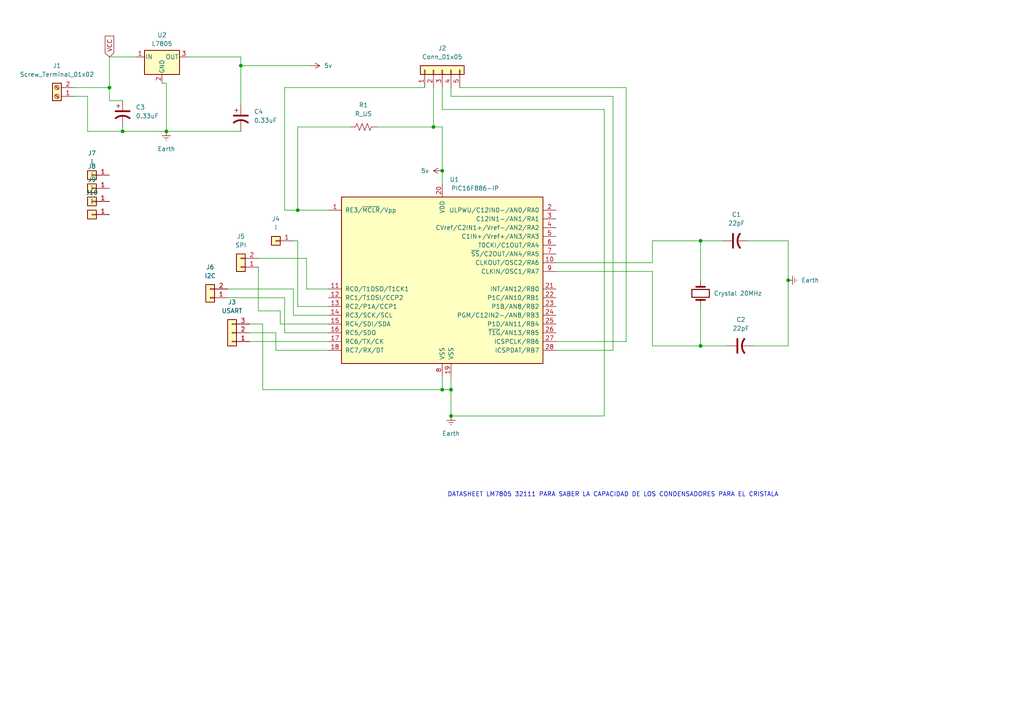
<source format=kicad_sch>
(kicad_sch (version 20250114) (generator "eeschema") (generator_version "9.0")
  (paper "A4")
  (lib_symbols
    (symbol "Connector:Screw_Terminal_01x02" (pin_names (offset 1.016) (hide yes))
      (property "Reference" "J" (at 0 2.54 0))
      (property "Value" "Screw_Terminal_01x02" (at 0 -5.08 0))
      (symbol "Screw_Terminal_01x02_1_1"
        (rectangle (start -1.27 1.27) (end 1.27 -3.81) (stroke (width 0.254)) (fill (type background)))
        (polyline (pts (xy -0.5334 0.3302) (xy 0.3302 -0.508)) (stroke (width 0.1524)))
        (polyline (pts (xy -0.5334 -2.2098) (xy 0.3302 -3.048)) (stroke (width 0.1524)))
        (polyline (pts (xy -0.3556 0.508) (xy 0.508 -0.3302)) (stroke (width 0.1524)))
        (polyline (pts (xy -0.3556 -2.032) (xy 0.508 -2.8702)) (stroke (width 0.1524)))
        (circle (center 0 0) (radius 0.635) (stroke (width 0.1524)))
        (circle (center 0 -2.54) (radius 0.635) (stroke (width 0.1524)))
        (pin passive line (at -5.08 0 0) (length 3.81) (name "Pin_1") (number "1"))
        (pin passive line (at -5.08 -2.54 0) (length 3.81) (name "Pin_2") (number "2"))
      )
    )
    (symbol "Connector_Generic:Conn_01x01" (pin_names (offset 1.016) (hide yes))
      (property "Reference" "J" (at 0 2.54 0))
      (property "Value" "Conn_01x01" (at 0 -2.54 0))
      (symbol "Conn_01x01_1_1"
        (rectangle (start -1.27 1.27) (end 1.27 -1.27) (stroke (width 0.254)) (fill (type background)))
        (rectangle (start -1.27 0.127) (end 0 -0.127) (stroke (width 0.1524)))
        (pin passive line (at -5.08 0 0) (length 3.81) (name "Pin_1") (number "1"))
      )
    )
    (symbol "Connector_Generic:Conn_01x02" (pin_names (offset 1.016) (hide yes))
      (property "Reference" "J" (at 0 2.54 0))
      (property "Value" "Conn_01x02" (at 0 -5.08 0))
      (symbol "Conn_01x02_1_1"
        (rectangle (start -1.27 1.27) (end 1.27 -3.81) (stroke (width 0.254)) (fill (type background)))
        (rectangle (start -1.27 0.127) (end 0 -0.127) (stroke (width 0.1524)))
        (rectangle (start -1.27 -2.413) (end 0 -2.667) (stroke (width 0.1524)))
        (pin passive line (at -5.08 0 0) (length 3.81) (name "Pin_1") (number "1"))
        (pin passive line (at -5.08 -2.54 0) (length 3.81) (name "Pin_2") (number "2"))
      )
    )
    (symbol "Connector_Generic:Conn_01x03" (pin_names (offset 1.016) (hide yes))
      (property "Reference" "J" (at 0 5.08 0))
      (property "Value" "Conn_01x03" (at 0 -5.08 0))
      (symbol "Conn_01x03_1_1"
        (rectangle (start -1.27 3.81) (end 1.27 -3.81) (stroke (width 0.254)) (fill (type background)))
        (rectangle (start -1.27 2.667) (end 0 2.413) (stroke (width 0.1524)))
        (rectangle (start -1.27 0.127) (end 0 -0.127) (stroke (width 0.1524)))
        (rectangle (start -1.27 -2.413) (end 0 -2.667) (stroke (width 0.1524)))
        (pin passive line (at -5.08 2.54 0) (length 3.81) (name "Pin_1") (number "1"))
        (pin passive line (at -5.08 0 0) (length 3.81) (name "Pin_2") (number "2"))
        (pin passive line (at -5.08 -2.54 0) (length 3.81) (name "Pin_3") (number "3"))
      )
    )
    (symbol "Connector_Generic:Conn_01x05" (pin_names (offset 1.016) (hide yes))
      (property "Reference" "J" (at 0 7.62 0))
      (property "Value" "Conn_01x05" (at 0 -7.62 0))
      (symbol "Conn_01x05_1_1"
        (rectangle (start -1.27 6.35) (end 1.27 -6.35) (stroke (width 0.254)) (fill (type background)))
        (rectangle (start -1.27 5.207) (end 0 4.953) (stroke (width 0.1524)))
        (rectangle (start -1.27 2.667) (end 0 2.413) (stroke (width 0.1524)))
        (rectangle (start -1.27 0.127) (end 0 -0.127) (stroke (width 0.1524)))
        (rectangle (start -1.27 -2.413) (end 0 -2.667) (stroke (width 0.1524)))
        (rectangle (start -1.27 -4.953) (end 0 -5.207) (stroke (width 0.1524)))
        (pin passive line (at -5.08 5.08 0) (length 3.81) (name "Pin_1") (number "1"))
        (pin passive line (at -5.08 2.54 0) (length 3.81) (name "Pin_2") (number "2"))
        (pin passive line (at -5.08 0 0) (length 3.81) (name "Pin_3") (number "3"))
        (pin passive line (at -5.08 -2.54 0) (length 3.81) (name "Pin_4") (number "4"))
        (pin passive line (at -5.08 -5.08 0) (length 3.81) (name "Pin_5") (number "5"))
      )
    )
    (symbol "Device:C_Polarized_US" (pin_numbers (hide yes)) (pin_names (offset 0.254) (hide yes))
      (property "Reference" "C" (at 0.635 2.54 0))
      (property "Value" "C_Polarized_US" (at 0.635 -2.54 0))
      (symbol "C_Polarized_US_0_1"
        (polyline (pts (xy -2.032 0.762) (xy 2.032 0.762)) (stroke (width 0.508)))
        (polyline (pts (xy -1.778 2.286) (xy -0.762 2.286)))
        (polyline (pts (xy -1.27 1.778) (xy -1.27 2.794)))
        (arc (start -2.032 -1.27) (mid 0 -0.5572) (end 2.032 -1.27) (stroke (width 0.508)))
      )
      (symbol "C_Polarized_US_1_1"
        (pin passive line (at 0 3.81 270) (length 2.794) (name "~") (number "1"))
        (pin passive line (at 0 -3.81 90) (length 3.302) (name "~") (number "2"))
      )
    )
    (symbol "Device:C_US" (pin_numbers (hide yes)) (pin_names (offset 0.254) (hide yes))
      (property "Reference" "C" (at 0.635 2.54 0))
      (property "Value" "C_US" (at 0.635 -2.54 0))
      (symbol "C_US_0_1"
        (polyline (pts (xy -2.032 0.762) (xy 2.032 0.762)) (stroke (width 0.508)))
        (arc (start -2.032 -1.27) (mid 0 -0.5572) (end 2.032 -1.27) (stroke (width 0.508)))
      )
      (symbol "C_US_1_1"
        (pin passive line (at 0 3.81 270) (length 2.794) (name "~") (number "1"))
        (pin passive line (at 0 -3.81 90) (length 3.302) (name "~") (number "2"))
      )
    )
    (symbol "Device:Crystal" (pin_numbers (hide yes)) (pin_names (offset 1.016) (hide yes))
      (property "Reference" "Y" (at 0 3.81 0))
      (property "Value" "Crystal" (at 0 -3.81 0))
      (symbol "Crystal_0_1"
        (polyline (pts (xy -2.54 0) (xy -1.905 0)))
        (polyline (pts (xy -1.905 -1.27) (xy -1.905 1.27)) (stroke (width 0.508)))
        (rectangle (start -1.143 2.54) (end 1.143 -2.54) (stroke (width 0.3048)))
        (polyline (pts (xy 1.905 -1.27) (xy 1.905 1.27)) (stroke (width 0.508)))
        (polyline (pts (xy 2.54 0) (xy 1.905 0)))
      )
      (symbol "Crystal_1_1"
        (pin passive line (at -3.81 0 0) (length 1.27) (name "1") (number "1"))
        (pin passive line (at 3.81 0 180) (length 1.27) (name "2") (number "2"))
      )
    )
    (symbol "Device:R_US" (pin_numbers (hide yes)) (pin_names (offset 0))
      (property "Reference" "R" (at 2.54 0 90))
      (property "Value" "R_US" (at -2.54 0 90))
      (symbol "R_US_0_1"
        (polyline (pts (xy 0 2.286) (xy 0 2.54)))
        (polyline (pts (xy 0 2.286) (xy 1.016 1.905) (xy 0 1.524) (xy -1.016 1.143) (xy 0 0.762)))
        (polyline (pts (xy 0 0.762) (xy 1.016 0.381) (xy 0 0) (xy -1.016 -0.381) (xy 0 -0.762)))
        (polyline (pts (xy 0 -0.762) (xy 1.016 -1.143) (xy 0 -1.524) (xy -1.016 -1.905) (xy 0 -2.286)))
        (polyline (pts (xy 0 -2.286) (xy 0 -2.54)))
      )
      (symbol "R_US_1_1"
        (pin passive line (at 0 3.81 270) (length 1.27) (name "~") (number "1"))
        (pin passive line (at 0 -3.81 90) (length 1.27) (name "~") (number "2"))
      )
    )
    (symbol "MCU_Microchip_PIC16:PIC16F886-IP" (pin_names (offset 1.016))
      (property "Reference" "U" (at 13.97 27.94 0))
      (property "Value" "PIC16F886-IP" (at 13.97 25.4 0))
      (symbol "PIC16F886-IP_0_1"
        (rectangle (start -29.21 24.13) (end 29.21 -24.13) (stroke (width 0.254)) (fill (type background)))
      )
      (symbol "PIC16F886-IP_1_1"
        (pin bidirectional line (at -33.02 20.32 0) (length 3.81) (name "RE3/~{MCLR}/Vpp") (number "1"))
        (pin bidirectional line (at -33.02 -2.54 0) (length 3.81) (name "RC0/T1OSO/T1CK1") (number "11"))
        (pin bidirectional line (at -33.02 -5.08 0) (length 3.81) (name "RC1/T1OSI/CCP2") (number "12"))
        (pin bidirectional line (at -33.02 -7.62 0) (length 3.81) (name "RC2/P1A/CCP1") (number "13"))
        (pin bidirectional line (at -33.02 -10.16 0) (length 3.81) (name "RC3/SCK/SCL") (number "14"))
        (pin bidirectional line (at -33.02 -12.7 0) (length 3.81) (name "RC4/SDI/SDA") (number "15"))
        (pin bidirectional line (at -33.02 -15.24 0) (length 3.81) (name "RC5/SDO") (number "16"))
        (pin bidirectional line (at -33.02 -17.78 0) (length 3.81) (name "RC6/TX/CK") (number "17"))
        (pin bidirectional line (at -33.02 -20.32 0) (length 3.81) (name "RC7/RX/DT") (number "18"))
        (pin power_in line (at 0 27.94 270) (length 3.81) (name "VDD") (number "20"))
        (pin power_in line (at 0 -27.94 90) (length 3.81) (name "VSS") (number "8"))
        (pin power_in line (at 2.54 -27.94 90) (length 3.81) (name "VSS") (number "19"))
        (pin bidirectional line (at 33.02 20.32 180) (length 3.81) (name "ULPWU/C12IN0-/AN0/RA0") (number "2"))
        (pin bidirectional line (at 33.02 17.78 180) (length 3.81) (name "C12IN1-/AN1/RA1") (number "3"))
        (pin bidirectional line (at 33.02 15.24 180) (length 3.81) (name "CVref/C2IN1+/Vref-/AN2/RA2") (number "4"))
        (pin bidirectional line (at 33.02 12.7 180) (length 3.81) (name "C1IN+/Vref+/AN3/RA3") (number "5"))
        (pin bidirectional line (at 33.02 10.16 180) (length 3.81) (name "T0CKI/C1OUT/RA4") (number "6"))
        (pin bidirectional line (at 33.02 7.62 180) (length 3.81) (name "~{SS}/C2OUT/AN4/RA5") (number "7"))
        (pin bidirectional line (at 33.02 5.08 180) (length 3.81) (name "CLKOUT/OSC2/RA6") (number "10"))
        (pin input line (at 33.02 2.54 180) (length 3.81) (name "CLKIN/OSC1/RA7") (number "9"))
        (pin bidirectional line (at 33.02 -2.54 180) (length 3.81) (name "INT/AN12/RB0") (number "21"))
        (pin bidirectional line (at 33.02 -5.08 180) (length 3.81) (name "P1C/AN10/RB1") (number "22"))
        (pin bidirectional line (at 33.02 -7.62 180) (length 3.81) (name "P1B/AN8/RB2") (number "23"))
        (pin bidirectional line (at 33.02 -10.16 180) (length 3.81) (name "PGM/C12IN2-/AN8/RB3") (number "24"))
        (pin bidirectional line (at 33.02 -12.7 180) (length 3.81) (name "P1D/AN11/RB4") (number "25"))
        (pin bidirectional line (at 33.02 -15.24 180) (length 3.81) (name "~{T1G}/AN13/RB5") (number "26"))
        (pin bidirectional line (at 33.02 -17.78 180) (length 3.81) (name "ICSPCLK/RB6") (number "27"))
        (pin bidirectional line (at 33.02 -20.32 180) (length 3.81) (name "ICSPDAT/RB7") (number "28"))
      )
    )
    (symbol "Regulator_Linear:L7805" (pin_names (offset 0.254))
      (property "Reference" "U" (at -3.81 3.175 0))
      (property "Value" "L7805" (at 0 3.175 0))
      (symbol "L7805_0_1"
        (rectangle (start -5.08 1.905) (end 5.08 -5.08) (stroke (width 0.254)) (fill (type background)))
      )
      (symbol "L7805_1_1"
        (pin power_in line (at -7.62 0 0) (length 2.54) (name "IN") (number "1"))
        (pin power_in line (at 0 -7.62 90) (length 2.54) (name "GND") (number "2"))
        (pin power_out line (at 7.62 0 180) (length 2.54) (name "OUT") (number "3"))
      )
    )
    (symbol "power:Earth" (power) (pin_numbers (hide yes)) (pin_names (offset 0) (hide yes))
      (property "Value" "Earth" (at 0 -3.81 0))
      (symbol "Earth_0_1"
        (polyline (pts (xy -0.635 -1.905) (xy 0.635 -1.905)))
        (polyline (pts (xy -0.127 -2.54) (xy 0.127 -2.54)))
        (polyline (pts (xy 0 -1.27) (xy 0 0)))
        (polyline (pts (xy 1.27 -1.27) (xy -1.27 -1.27)))
      )
      (symbol "Earth_1_1"
        (pin power_in line (at 0 0 270) (length 0) (name "~") (number "1"))
      )
    )
    (symbol "power:VCC" (power) (pin_numbers (hide yes)) (pin_names (offset 0) (hide yes))
      (property "Value" "VCC" (at 0 3.556 0))
      (symbol "VCC_0_1"
        (polyline (pts (xy -0.762 1.27) (xy 0 2.54)))
        (polyline (pts (xy 0 2.54) (xy 0.762 1.27)))
        (polyline (pts (xy 0 0) (xy 0 2.54)))
      )
      (symbol "VCC_1_1"
        (pin power_in line (at 0 0 90) (length 0) (name "~") (number "1"))
      )
    )
  )
  (text "DATASHEET LM7805 32111 PARA SABER LA CAPACIDAD DE LOS CONDENSADORES PARA EL CRISTALA" (at 177.8 143.51 0) (effects (font (size 1.27 1.27))))
  (junction (at 69.85 19.05))
  (junction (at 31.75 25.4))
  (junction (at 125.73 36.83))
  (junction (at 35.56 38.1))
  (junction (at 128.27 113.03))
  (junction (at 48.26 38.1))
  (junction (at 203.2 69.85))
  (junction (at 228.6 81.28))
  (junction (at 130.81 113.03))
  (junction (at 128.27 49.53))
  (junction (at 130.81 120.65))
  (junction (at 86.36 60.96))
  (junction (at 203.2 100.33))
  (wire (pts (xy 85.09 69.85) (xy 86.36 69.85)))
  (wire (pts (xy 76.2 93.98) (xy 76.2 113.03)))
  (wire (pts (xy 128.27 49.53) (xy 128.27 53.34)))
  (wire (pts (xy 128.27 36.83) (xy 128.27 49.53)))
  (wire (pts (xy 48.26 24.13) (xy 46.99 24.13)))
  (wire (pts (xy 82.55 86.36) (xy 82.55 96.52)))
  (wire (pts (xy 86.36 36.83) (xy 86.36 60.96)))
  (wire (pts (xy 76.2 113.03) (xy 128.27 113.03)))
  (wire (pts (xy 90.17 19.05) (xy 69.85 19.05)))
  (wire (pts (xy 85.09 91.44) (xy 85.09 83.82)))
  (wire (pts (xy 128.27 31.75) (xy 175.26 31.75)))
  (wire (pts (xy 74.93 90.17) (xy 81.28 90.17)))
  (wire (pts (xy 35.56 38.1) (xy 48.26 38.1)))
  (wire (pts (xy 217.17 69.85) (xy 228.6 69.85)))
  (wire (pts (xy 125.73 25.4) (xy 125.73 36.83)))
  (wire (pts (xy 21.59 25.4) (xy 31.75 25.4)))
  (wire (pts (xy 21.59 27.94) (xy 25.4 27.94)))
  (wire (pts (xy 133.35 25.4) (xy 181.61 25.4)))
  (wire (pts (xy 72.39 96.52) (xy 80.01 96.52)))
  (wire (pts (xy 177.8 27.94) (xy 177.8 101.6)))
  (wire (pts (xy 82.55 25.4) (xy 82.55 60.96)))
  (wire (pts (xy 88.9 83.82) (xy 95.25 83.82)))
  (wire (pts (xy 228.6 69.85) (xy 228.6 81.28)))
  (wire (pts (xy 203.2 88.9) (xy 203.2 100.33)))
  (wire (pts (xy 69.85 16.51) (xy 54.61 16.51)))
  (wire (pts (xy 25.4 27.94) (xy 25.4 38.1)))
  (wire (pts (xy 175.26 31.75) (xy 175.26 120.65)))
  (wire (pts (xy 69.85 16.51) (xy 69.85 19.05)))
  (wire (pts (xy 209.55 69.85) (xy 203.2 69.85)))
  (wire (pts (xy 72.39 99.06) (xy 95.25 99.06)))
  (wire (pts (xy 31.75 29.21) (xy 31.75 25.4)))
  (wire (pts (xy 35.56 29.21) (xy 31.75 29.21)))
  (wire (pts (xy 130.81 27.94) (xy 177.8 27.94)))
  (wire (pts (xy 86.36 69.85) (xy 86.36 88.9)))
  (wire (pts (xy 80.01 96.52) (xy 80.01 101.6)))
  (wire (pts (xy 66.04 86.36) (xy 82.55 86.36)))
  (wire (pts (xy 80.01 101.6) (xy 95.25 101.6)))
  (wire (pts (xy 69.85 19.05) (xy 69.85 30.48)))
  (wire (pts (xy 128.27 113.03) (xy 130.81 113.03)))
  (wire (pts (xy 72.39 93.98) (xy 76.2 93.98)))
  (wire (pts (xy 181.61 25.4) (xy 181.61 99.06)))
  (wire (pts (xy 48.26 24.13) (xy 48.26 38.1)))
  (wire (pts (xy 130.81 25.4) (xy 130.81 27.94)))
  (wire (pts (xy 66.04 83.82) (xy 85.09 83.82)))
  (wire (pts (xy 218.44 100.33) (xy 228.6 100.33)))
  (wire (pts (xy 109.22 36.83) (xy 125.73 36.83)))
  (wire (pts (xy 81.28 93.98) (xy 95.25 93.98)))
  (wire (pts (xy 175.26 120.65) (xy 130.81 120.65)))
  (wire (pts (xy 181.61 99.06) (xy 161.29 99.06)))
  (wire (pts (xy 189.23 100.33) (xy 203.2 100.33)))
  (wire (pts (xy 203.2 100.33) (xy 210.82 100.33)))
  (wire (pts (xy 74.93 77.47) (xy 74.93 90.17)))
  (wire (pts (xy 74.93 74.93) (xy 88.9 74.93)))
  (wire (pts (xy 130.81 120.65) (xy 130.81 113.03)))
  (wire (pts (xy 128.27 109.22) (xy 128.27 113.03)))
  (wire (pts (xy 189.23 76.2) (xy 189.23 69.85)))
  (wire (pts (xy 123.19 25.4) (xy 82.55 25.4)))
  (wire (pts (xy 82.55 96.52) (xy 95.25 96.52)))
  (wire (pts (xy 31.75 16.51) (xy 39.37 16.51)))
  (wire (pts (xy 85.09 91.44) (xy 95.25 91.44)))
  (wire (pts (xy 125.73 36.83) (xy 128.27 36.83)))
  (wire (pts (xy 177.8 101.6) (xy 161.29 101.6)))
  (wire (pts (xy 101.6 36.83) (xy 86.36 36.83)))
  (wire (pts (xy 25.4 38.1) (xy 35.56 38.1)))
  (wire (pts (xy 81.28 90.17) (xy 81.28 93.98)))
  (wire (pts (xy 128.27 25.4) (xy 128.27 31.75)))
  (wire (pts (xy 31.75 16.51) (xy 31.75 25.4)))
  (wire (pts (xy 228.6 100.33) (xy 228.6 81.28)))
  (wire (pts (xy 88.9 74.93) (xy 88.9 83.82)))
  (wire (pts (xy 189.23 69.85) (xy 203.2 69.85)))
  (wire (pts (xy 130.81 113.03) (xy 130.81 109.22)))
  (wire (pts (xy 82.55 60.96) (xy 86.36 60.96)))
  (wire (pts (xy 35.56 36.83) (xy 35.56 38.1)))
  (wire (pts (xy 203.2 69.85) (xy 203.2 81.28)))
  (wire (pts (xy 48.26 38.1) (xy 69.85 38.1)))
  (wire (pts (xy 161.29 76.2) (xy 189.23 76.2)))
  (wire (pts (xy 86.36 88.9) (xy 95.25 88.9)))
  (wire (pts (xy 161.29 78.74) (xy 189.23 78.74)))
  (wire (pts (xy 189.23 78.74) (xy 189.23 100.33)))
  (wire (pts (xy 86.36 60.96) (xy 95.25 60.96)))
  (global_label "VCC" (shape input) (at 31.75 16.51 90) (property "Intersheetrefs" "${INTERSHEET_REFS}" (effects (hide yes))))
  (symbol (lib_id "Device:R_US") (at 105.41 36.83 90) (unit 1)
    (property "Reference" "R1" (at 105.41 30.48 90))
    (property "Value" "R_US" (at 105.41 33.02 90))
    (property "Footprint" "Resistor_THT:R_Axial_DIN0204_L3.6mm_D1.6mm_P7.62mm_Horizontal" (effects (hide yes)))
    (property "Description" "Resistor, US symbol" (effects (hide yes)))
  )
  (symbol (lib_id "Regulator_Linear:L7805") (at 46.99 16.51 0) (unit 1)
    (property "Reference" "U2" (at 46.99 10.16 0))
    (property "Value" "L7805" (at 46.99 12.7 0))
    (property "Footprint" "Package_TO_SOT_THT:TO-220-3_Vertical" (effects (hide yes)))
    (property "Datasheet" "http://www.st.com/content/ccc/resource/technical/document/datasheet/41/4f/b3/b0/12/d4/47/88/CD00000444.pdf/files/CD00000444.pdf/jcr:content/translations/en.CD00000444.pdf" (effects (hide yes)))
    (property "Description" "Positive 1.5A 35V Linear Regulator, Fixed Output 5V, TO-220/TO-263/TO-252" (effects (hide yes)))
  )
  (symbol (lib_id "Connector_Generic:Conn_01x02") (at 60.96 86.36 180) (unit 1)
    (property "Reference" "J6" (at 60.96 77.47 0))
    (property "Value" "I2C" (at 60.96 80.01 0))
    (property "Footprint" "Connector_PinHeader_2.54mm:PinHeader_1x02_P2.54mm_Vertical" (effects (hide yes)))
    (property "Description" "Generic connector, single row, 01x02, script generated (kicad-library-utils/schlib/autogen/connector/)" (effects (hide yes)))
  )
  (symbol (lib_id "Device:C_Polarized_US") (at 69.85 34.29 0) (unit 1)
    (property "Reference" "C4" (at 73.66 32.3849 0) (effects (justify left)))
    (property "Value" "0.33uF" (at 73.66 34.9249 0) (effects (justify left)))
    (property "Footprint" "Capacitor_THT:C_Disc_D6.0mm_W4.4mm_P5.00mm" (effects (hide yes)))
    (property "Description" "Polarized capacitor, US symbol" (effects (hide yes)))
  )
  (symbol (lib_id "power:Earth") (at 130.81 120.65 0) (unit 1)
    (property "Reference" "#PWR03" (effects (hide yes)))
    (property "Value" "Earth" (at 130.81 125.73 0))
    (property "Description" "Power symbol creates a global label with name \"Earth\"" (effects (hide yes)))
  )
  (symbol (lib_id "power:VCC") (at 90.17 19.05 270) (unit 1)
    (property "Reference" "#PWR04" (effects (hide yes)))
    (property "Value" "5v" (at 93.98 19.0499 90) (effects (justify left)))
    (property "Description" "Power symbol creates a global label with name \"VCC\"" (effects (hide yes)))
  )
  (symbol (lib_id "MCU_Microchip_PIC16:PIC16F886-IP") (at 128.27 81.28 0) (unit 1)
    (property "Reference" "U1" (at 130.4133 52.07 0) (effects (justify left)))
    (property "Value" "PIC16F886-IP" (at 130.81 54.61 0) (effects (justify left)))
    (property "Footprint" "Package_DIP:DIP-28_W7.62mm" (effects (hide yes)))
    (property "Datasheet" "http://ww1.microchip.com/downloads/en/DeviceDoc/41291D.pdf" (effects (hide yes)))
    (property "Description" "8K Flash, 256B SRAM, 256B EEPROM, XLP, DIP28" (effects (hide yes)))
  )
  (symbol (lib_id "Connector_Generic:Conn_01x01") (at 26.67 54.61 180) (unit 1)
    (property "Reference" "J8" (at 26.67 48.26 0))
    (property "Value" "i" (at 26.67 50.8 0))
    (property "Footprint" "MountingHole:MountingHole_4mm_Pad" (effects (hide yes)))
    (property "Description" "Generic connector, single row, 01x01, script generated (kicad-library-utils/schlib/autogen/connector/)" (effects (hide yes)))
  )
  (symbol (lib_id "Connector_Generic:Conn_01x05") (at 128.27 20.32 90) (unit 1)
    (property "Reference" "J2" (at 128.27 13.97 90))
    (property "Value" "Conn_01x05" (at 128.27 16.51 90))
    (property "Footprint" "Connector_PinHeader_2.54mm:PinHeader_1x05_P2.54mm_Vertical" (effects (hide yes)))
    (property "Description" "Generic connector, single row, 01x05, script generated (kicad-library-utils/schlib/autogen/connector/)" (effects (hide yes)))
  )
  (symbol (lib_id "Device:C_US") (at 213.36 69.85 90) (unit 1)
    (property "Reference" "C1" (at 213.614 62.23 90))
    (property "Value" "22pF" (at 213.614 64.77 90))
    (property "Footprint" "Capacitor_THT:C_Disc_D7.5mm_W5.0mm_P10.00mm" (effects (hide yes)))
    (property "Description" "capacitor, US symbol" (effects (hide yes)))
  )
  (symbol (lib_id "Connector:Screw_Terminal_01x02") (at 16.51 27.94 180) (unit 1)
    (property "Reference" "J1" (at 16.51 19.05 0))
    (property "Value" "Screw_Terminal_01x02" (at 16.51 21.59 0))
    (property "Footprint" "TerminalBlock_Phoenix:TerminalBlock_Phoenix_MKDS-1,5-2-5.08_1x02_P5.08mm_Horizontal" (effects (hide yes)))
    (property "Description" "Generic screw terminal, single row, 01x02, script generated (kicad-library-utils/schlib/autogen/connector/)" (effects (hide yes)))
  )
  (symbol (lib_id "power:VCC") (at 128.27 49.53 90) (unit 1)
    (property "Reference" "#PWR06" (effects (hide yes)))
    (property "Value" "5v" (at 124.46 49.5299 90) (effects (justify left)))
    (property "Description" "Power symbol creates a global label with name \"VCC\"" (effects (hide yes)))
  )
  (symbol (lib_id "Device:Crystal") (at 203.2 85.09 90) (unit 1)
    (property "Reference" "Y1" (effects (hide yes)))
    (property "Value" "Crystal 20MHz" (at 207.01 85.0899 90) (effects (justify right)))
    (property "Footprint" "Crystal:Crystal_HC49-U_Vertical" (effects (hide yes)))
    (property "Description" "Two pin crystal" (effects (hide yes)))
  )
  (symbol (lib_id "Device:C_Polarized_US") (at 35.56 33.02 0) (unit 1)
    (property "Reference" "C3" (at 39.37 31.1149 0) (effects (justify left)))
    (property "Value" "0.33uF" (at 39.37 33.6549 0) (effects (justify left)))
    (property "Footprint" "Capacitor_THT:C_Disc_D6.0mm_W4.4mm_P5.00mm" (effects (hide yes)))
    (property "Description" "Polarized capacitor, US symbol" (effects (hide yes)))
  )
  (symbol (lib_id "Connector_Generic:Conn_01x01") (at 26.67 50.8 180) (unit 1)
    (property "Reference" "J7" (at 26.67 44.45 0))
    (property "Value" "i" (at 26.67 46.99 0))
    (property "Footprint" "MountingHole:MountingHole_4mm_Pad" (effects (hide yes)))
    (property "Description" "Generic connector, single row, 01x01, script generated (kicad-library-utils/schlib/autogen/connector/)" (effects (hide yes)))
  )
  (symbol (lib_id "Connector_Generic:Conn_01x02") (at 69.85 77.47 180) (unit 1)
    (property "Reference" "J5" (at 69.85 68.58 0))
    (property "Value" "SPI" (at 69.85 71.12 0))
    (property "Footprint" "Connector_PinHeader_2.54mm:PinHeader_1x02_P2.54mm_Vertical" (effects (hide yes)))
    (property "Description" "Generic connector, single row, 01x02, script generated (kicad-library-utils/schlib/autogen/connector/)" (effects (hide yes)))
  )
  (symbol (lib_id "Connector_Generic:Conn_01x03") (at 67.31 96.52 180) (unit 1)
    (property "Reference" "J3" (at 67.31 87.63 0))
    (property "Value" "USART" (at 67.31 90.17 0))
    (property "Footprint" "Connector_PinHeader_2.54mm:PinHeader_1x03_P2.54mm_Vertical" (effects (hide yes)))
    (property "Description" "Generic connector, single row, 01x03, script generated (kicad-library-utils/schlib/autogen/connector/)" (effects (hide yes)))
  )
  (symbol (lib_id "Device:C_US") (at 214.63 100.33 90) (unit 1)
    (property "Reference" "C2" (at 214.884 92.71 90))
    (property "Value" "22pF" (at 214.884 95.25 90))
    (property "Footprint" "Capacitor_THT:C_Disc_D7.5mm_W5.0mm_P10.00mm" (effects (hide yes)))
    (property "Description" "capacitor, US symbol" (effects (hide yes)))
  )
  (symbol (lib_id "power:Earth") (at 48.26 38.1 0) (unit 1)
    (property "Reference" "#PWR02" (effects (hide yes)))
    (property "Value" "Earth" (at 48.26 43.18 0))
    (property "Description" "Power symbol creates a global label with name \"Earth\"" (effects (hide yes)))
  )
  (symbol (lib_id "Connector_Generic:Conn_01x01") (at 80.01 69.85 180) (unit 1)
    (property "Reference" "J4" (at 80.01 63.5 0))
    (property "Value" "i" (at 80.01 66.04 0))
    (property "Footprint" "Connector_PinHeader_2.54mm:PinHeader_1x01_P2.54mm_Vertical" (effects (hide yes)))
    (property "Description" "Generic connector, single row, 01x01, script generated (kicad-library-utils/schlib/autogen/connector/)" (effects (hide yes)))
  )
  (symbol (lib_id "Connector_Generic:Conn_01x01") (at 26.67 58.42 180) (unit 1)
    (property "Reference" "J9" (at 26.67 52.07 0))
    (property "Value" "i" (at 26.67 54.61 0))
    (property "Footprint" "MountingHole:MountingHole_4mm_Pad" (effects (hide yes)))
    (property "Description" "Generic connector, single row, 01x01, script generated (kicad-library-utils/schlib/autogen/connector/)" (effects (hide yes)))
  )
  (symbol (lib_id "Connector_Generic:Conn_01x01") (at 26.67 62.23 180) (unit 1)
    (property "Reference" "J10" (at 26.67 55.88 0))
    (property "Value" "i" (at 26.67 58.42 0))
    (property "Footprint" "MountingHole:MountingHole_4mm_Pad" (effects (hide yes)))
    (property "Description" "Generic connector, single row, 01x01, script generated (kicad-library-utils/schlib/autogen/connector/)" (effects (hide yes)))
  )
  (symbol (lib_id "power:Earth") (at 228.6 81.28 90) (unit 1)
    (property "Reference" "#PWR01" (effects (hide yes)))
    (property "Value" "Earth" (at 232.41 81.2799 90) (effects (justify right)))
    (property "Description" "Power symbol creates a global label with name \"Earth\"" (effects (hide yes)))
  )
)
</source>
